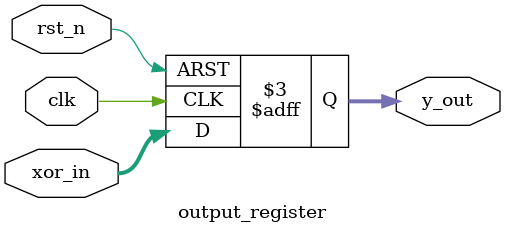
<source format=sv>
module xor_generate (
    input  wire        clk,      // 时钟信号
    input  wire        rst_n,    // 低电平有效复位信号
    input  wire [3:0]  a_in,     // 输入数据a
    input  wire [3:0]  b_in,     // 输入数据b
    output wire [3:0]  y_out     // 输出结果
);
    // 阶段间连接信号
    wire [3:0] a_stage1, b_stage1;
    wire [3:0] xor_result;
    
    // 实例化输入寄存器模块
    input_register input_reg_inst (
        .clk(clk),
        .rst_n(rst_n),
        .a_in(a_in),
        .b_in(b_in),
        .a_out(a_stage1),
        .b_out(b_stage1)
    );
    
    // 实例化组合逻辑XOR计算模块
    xor_combinational xor_comb_inst (
        .a_in(a_stage1),
        .b_in(b_stage1),
        .xor_out(xor_result)
    );
    
    // 实例化输出寄存器模块
    output_register output_reg_inst (
        .clk(clk),
        .rst_n(rst_n),
        .xor_in(xor_result),
        .y_out(y_out)
    );

endmodule

// 输入寄存器模块 - 仅包含时序逻辑
module input_register (
    input  wire        clk,      // 时钟信号
    input  wire        rst_n,    // 低电平有效复位信号
    input  wire [3:0]  a_in,     // 输入数据a
    input  wire [3:0]  b_in,     // 输入数据b
    output reg  [3:0]  a_out,    // 第一级流水线a输出
    output reg  [3:0]  b_out     // 第一级流水线b输出
);
    
    // 第一级流水线 - 注册输入数据
    always @(posedge clk or negedge rst_n) begin
        if (!rst_n) begin
            a_out <= 4'b0;
            b_out <= 4'b0;
        end else begin
            a_out <= a_in;
            b_out <= b_in;
        end
    end
    
endmodule

// XOR组合逻辑模块 - 仅包含组合逻辑
module xor_combinational (
    input  wire [3:0]  a_in,     // 第一级流水线a输出
    input  wire [3:0]  b_in,     // 第一级流水线b输出
    output wire [3:0]  xor_out   // XOR计算结果
);
    
    // 计算XOR结果 - 拆分为两部分以减少逻辑深度
    assign xor_out[1:0] = a_in[1:0] ^ b_in[1:0];
    assign xor_out[3:2] = a_in[3:2] ^ b_in[3:2];
    
endmodule

// 输出寄存器模块 - 仅包含时序逻辑
module output_register (
    input  wire        clk,      // 时钟信号
    input  wire        rst_n,    // 低电平有效复位信号
    input  wire [3:0]  xor_in,   // XOR计算结果
    output reg  [3:0]  y_out     // 最终输出结果
);
    
    // 第二级流水线 - 注册XOR结果
    always @(posedge clk or negedge rst_n) begin
        if (!rst_n) begin
            y_out <= 4'b0;
        end else begin
            y_out <= xor_in;
        end
    end
    
endmodule
</source>
